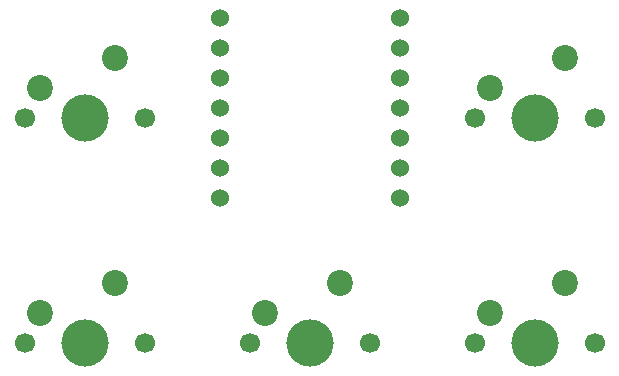
<source format=gbr>
%TF.GenerationSoftware,KiCad,Pcbnew,9.0.2-9.0.2-0~ubuntu24.04.1*%
%TF.CreationDate,2025-08-01T01:18:43+01:00*%
%TF.ProjectId,cadpadPCB,63616470-6164-4504-9342-2e6b69636164,rev?*%
%TF.SameCoordinates,Original*%
%TF.FileFunction,Soldermask,Bot*%
%TF.FilePolarity,Negative*%
%FSLAX46Y46*%
G04 Gerber Fmt 4.6, Leading zero omitted, Abs format (unit mm)*
G04 Created by KiCad (PCBNEW 9.0.2-9.0.2-0~ubuntu24.04.1) date 2025-08-01 01:18:43*
%MOMM*%
%LPD*%
G01*
G04 APERTURE LIST*
%ADD10C,1.700000*%
%ADD11C,4.000000*%
%ADD12C,2.200000*%
%ADD13C,1.524000*%
G04 APERTURE END LIST*
D10*
%TO.C,SW1*%
X109220000Y-54768750D03*
D11*
X114300000Y-54768750D03*
D10*
X119380000Y-54768750D03*
D12*
X116840000Y-49688750D03*
X110490000Y-52228750D03*
%TD*%
D10*
%TO.C,SW5*%
X147320000Y-54768750D03*
D11*
X152400000Y-54768750D03*
D10*
X157480000Y-54768750D03*
D12*
X154940000Y-49688750D03*
X148590000Y-52228750D03*
%TD*%
D10*
%TO.C,SW2*%
X109220000Y-73818750D03*
D11*
X114300000Y-73818750D03*
D10*
X119380000Y-73818750D03*
D12*
X116840000Y-68738750D03*
X110490000Y-71278750D03*
%TD*%
D13*
%TO.C,U1*%
X125730000Y-46260000D03*
X125730000Y-48800000D03*
X125730000Y-51340000D03*
X125730000Y-53880000D03*
X125730000Y-56420000D03*
X125730000Y-58960000D03*
X125730000Y-61500000D03*
X140970000Y-61500000D03*
X140970000Y-58960000D03*
X140970000Y-56420000D03*
X140970000Y-53880000D03*
X140970000Y-51340000D03*
X140970000Y-48800000D03*
X140970000Y-46260000D03*
%TD*%
D10*
%TO.C,SW3*%
X128270000Y-73818750D03*
D11*
X133350000Y-73818750D03*
D10*
X138430000Y-73818750D03*
D12*
X135890000Y-68738750D03*
X129540000Y-71278750D03*
%TD*%
D10*
%TO.C,SW4*%
X147320000Y-73818750D03*
D11*
X152400000Y-73818750D03*
D10*
X157480000Y-73818750D03*
D12*
X154940000Y-68738750D03*
X148590000Y-71278750D03*
%TD*%
M02*

</source>
